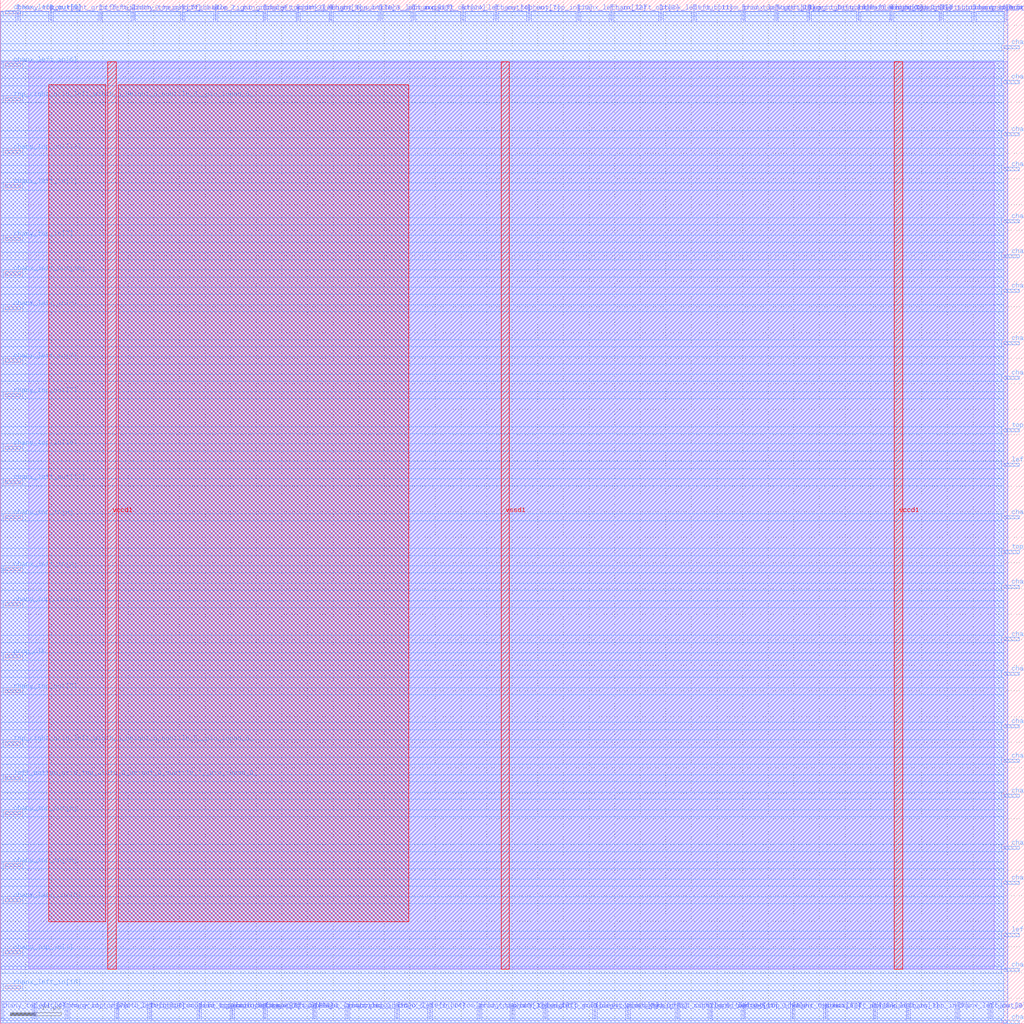
<source format=lef>
VERSION 5.7 ;
  NOWIREEXTENSIONATPIN ON ;
  DIVIDERCHAR "/" ;
  BUSBITCHARS "[]" ;
MACRO sb_4__0_
  CLASS BLOCK ;
  FOREIGN sb_4__0_ ;
  ORIGIN 0.000 0.000 ;
  SIZE 200.000 BY 200.000 ;
  PIN ccff_head
    DIRECTION INPUT ;
    USE SIGNAL ;
    PORT
      LAYER met2 ;
        RECT 35.510 196.000 35.790 199.000 ;
    END
  END ccff_head
  PIN ccff_tail
    DIRECTION OUTPUT TRISTATE ;
    USE SIGNAL ;
    PORT
      LAYER met2 ;
        RECT 19.410 196.000 19.690 199.000 ;
    END
  END ccff_tail
  PIN chanx_left_in[0]
    DIRECTION INPUT ;
    USE SIGNAL ;
    PORT
      LAYER met3 ;
        RECT 1.000 139.440 4.000 140.040 ;
    END
  END chanx_left_in[0]
  PIN chanx_left_in[10]
    DIRECTION INPUT ;
    USE SIGNAL ;
    PORT
      LAYER met3 ;
        RECT 196.000 57.840 199.000 58.440 ;
    END
  END chanx_left_in[10]
  PIN chanx_left_in[11]
    DIRECTION INPUT ;
    USE SIGNAL ;
    PORT
      LAYER met3 ;
        RECT 196.000 125.840 199.000 126.440 ;
    END
  END chanx_left_in[11]
  PIN chanx_left_in[12]
    DIRECTION INPUT ;
    USE SIGNAL ;
    PORT
      LAYER met2 ;
        RECT 112.790 196.000 113.070 199.000 ;
    END
  END chanx_left_in[12]
  PIN chanx_left_in[13]
    DIRECTION INPUT ;
    USE SIGNAL ;
    PORT
      LAYER met2 ;
        RECT 51.610 1.000 51.890 4.000 ;
    END
  END chanx_left_in[13]
  PIN chanx_left_in[14]
    DIRECTION INPUT ;
    USE SIGNAL ;
    PORT
      LAYER met2 ;
        RECT 77.370 1.000 77.650 4.000 ;
    END
  END chanx_left_in[14]
  PIN chanx_left_in[15]
    DIRECTION INPUT ;
    USE SIGNAL ;
    PORT
      LAYER met2 ;
        RECT 161.090 1.000 161.370 4.000 ;
    END
  END chanx_left_in[15]
  PIN chanx_left_in[16]
    DIRECTION INPUT ;
    USE SIGNAL ;
    PORT
      LAYER met3 ;
        RECT 1.000 6.840 4.000 7.440 ;
    END
  END chanx_left_in[16]
  PIN chanx_left_in[17]
    DIRECTION INPUT ;
    USE SIGNAL ;
    PORT
      LAYER met3 ;
        RECT 196.000 156.440 199.000 157.040 ;
    END
  END chanx_left_in[17]
  PIN chanx_left_in[18]
    DIRECTION INPUT ;
    USE SIGNAL ;
    PORT
      LAYER met2 ;
        RECT 22.630 1.000 22.910 4.000 ;
    END
  END chanx_left_in[18]
  PIN chanx_left_in[1]
    DIRECTION INPUT ;
    USE SIGNAL ;
    PORT
      LAYER met2 ;
        RECT 170.750 1.000 171.030 4.000 ;
    END
  END chanx_left_in[1]
  PIN chanx_left_in[2]
    DIRECTION INPUT ;
    USE SIGNAL ;
    PORT
      LAYER met3 ;
        RECT 1.000 163.240 4.000 163.840 ;
    END
  END chanx_left_in[2]
  PIN chanx_left_in[3]
    DIRECTION INPUT ;
    USE SIGNAL ;
    PORT
      LAYER met2 ;
        RECT 167.530 196.000 167.810 199.000 ;
    END
  END chanx_left_in[3]
  PIN chanx_left_in[4]
    DIRECTION INPUT ;
    USE SIGNAL ;
    PORT
      LAYER met3 ;
        RECT 196.000 98.640 199.000 99.240 ;
    END
  END chanx_left_in[4]
  PIN chanx_left_in[5]
    DIRECTION INPUT ;
    USE SIGNAL ;
    PORT
      LAYER met2 ;
        RECT 58.050 196.000 58.330 199.000 ;
    END
  END chanx_left_in[5]
  PIN chanx_left_in[6]
    DIRECTION INPUT ;
    USE SIGNAL ;
    PORT
      LAYER met3 ;
        RECT 1.000 187.040 4.000 187.640 ;
    END
  END chanx_left_in[6]
  PIN chanx_left_in[7]
    DIRECTION INPUT ;
    USE SIGNAL ;
    PORT
      LAYER met3 ;
        RECT 1.000 129.240 4.000 129.840 ;
    END
  END chanx_left_in[7]
  PIN chanx_left_in[8]
    DIRECTION INPUT ;
    USE SIGNAL ;
    PORT
      LAYER met2 ;
        RECT 193.290 1.000 193.570 4.000 ;
    END
  END chanx_left_in[8]
  PIN chanx_left_in[9]
    DIRECTION INPUT ;
    USE SIGNAL ;
    PORT
      LAYER met3 ;
        RECT 1.000 88.440 4.000 89.040 ;
    END
  END chanx_left_in[9]
  PIN chanx_left_out[0]
    DIRECTION OUTPUT TRISTATE ;
    USE SIGNAL ;
    PORT
      LAYER met3 ;
        RECT 196.000 173.440 199.000 174.040 ;
    END
  END chanx_left_out[0]
  PIN chanx_left_out[10]
    DIRECTION OUTPUT TRISTATE ;
    USE SIGNAL ;
    PORT
      LAYER met3 ;
        RECT 196.000 27.240 199.000 27.840 ;
    END
  END chanx_left_out[10]
  PIN chanx_left_out[11]
    DIRECTION OUTPUT TRISTATE ;
    USE SIGNAL ;
    PORT
      LAYER met2 ;
        RECT 128.890 196.000 129.170 199.000 ;
    END
  END chanx_left_out[11]
  PIN chanx_left_out[12]
    DIRECTION OUTPUT TRISTATE ;
    USE SIGNAL ;
    PORT
      LAYER met3 ;
        RECT 1.000 105.440 4.000 106.040 ;
    END
  END chanx_left_out[12]
  PIN chanx_left_out[13]
    DIRECTION OUTPUT TRISTATE ;
    USE SIGNAL ;
    PORT
      LAYER met2 ;
        RECT 74.150 196.000 74.430 199.000 ;
    END
  END chanx_left_out[13]
  PIN chanx_left_out[14]
    DIRECTION OUTPUT TRISTATE ;
    USE SIGNAL ;
    PORT
      LAYER met2 ;
        RECT 80.590 196.000 80.870 199.000 ;
    END
  END chanx_left_out[14]
  PIN chanx_left_out[15]
    DIRECTION OUTPUT TRISTATE ;
    USE SIGNAL ;
    PORT
      LAYER met2 ;
        RECT 144.990 196.000 145.270 199.000 ;
    END
  END chanx_left_out[15]
  PIN chanx_left_out[16]
    DIRECTION OUTPUT TRISTATE ;
    USE SIGNAL ;
    PORT
      LAYER met3 ;
        RECT 1.000 146.240 4.000 146.840 ;
    END
  END chanx_left_out[16]
  PIN chanx_left_out[17]
    DIRECTION OUTPUT TRISTATE ;
    USE SIGNAL ;
    PORT
      LAYER met3 ;
        RECT 196.000 190.440 199.000 191.040 ;
    END
  END chanx_left_out[17]
  PIN chanx_left_out[18]
    DIRECTION OUTPUT TRISTATE ;
    USE SIGNAL ;
    PORT
      LAYER met3 ;
        RECT 196.000 166.640 199.000 167.240 ;
    END
  END chanx_left_out[18]
  PIN chanx_left_out[1]
    DIRECTION OUTPUT TRISTATE ;
    USE SIGNAL ;
    PORT
      LAYER met3 ;
        RECT 196.000 183.640 199.000 184.240 ;
    END
  END chanx_left_out[1]
  PIN chanx_left_out[2]
    DIRECTION OUTPUT TRISTATE ;
    USE SIGNAL ;
    PORT
      LAYER met3 ;
        RECT 196.000 44.240 199.000 44.840 ;
    END
  END chanx_left_out[2]
  PIN chanx_left_out[3]
    DIRECTION OUTPUT TRISTATE ;
    USE SIGNAL ;
    PORT
      LAYER met2 ;
        RECT 119.230 196.000 119.510 199.000 ;
    END
  END chanx_left_out[3]
  PIN chanx_left_out[4]
    DIRECTION OUTPUT TRISTATE ;
    USE SIGNAL ;
    PORT
      LAYER met2 ;
        RECT 90.250 196.000 90.530 199.000 ;
    END
  END chanx_left_out[4]
  PIN chanx_left_out[5]
    DIRECTION OUTPUT TRISTATE ;
    USE SIGNAL ;
    PORT
      LAYER met3 ;
        RECT 1.000 23.840 4.000 24.440 ;
    END
  END chanx_left_out[5]
  PIN chanx_left_out[6]
    DIRECTION OUTPUT TRISTATE ;
    USE SIGNAL ;
    PORT
      LAYER met3 ;
        RECT 1.000 197.240 4.000 197.840 ;
    END
  END chanx_left_out[6]
  PIN chanx_left_out[7]
    DIRECTION OUTPUT TRISTATE ;
    USE SIGNAL ;
    PORT
      LAYER met2 ;
        RECT 45.170 1.000 45.450 4.000 ;
    END
  END chanx_left_out[7]
  PIN chanx_left_out[8]
    DIRECTION OUTPUT TRISTATE ;
    USE SIGNAL ;
    PORT
      LAYER met3 ;
        RECT 196.000 142.840 199.000 143.440 ;
    END
  END chanx_left_out[8]
  PIN chanx_left_out[9]
    DIRECTION OUTPUT TRISTATE ;
    USE SIGNAL ;
    PORT
      LAYER met2 ;
        RECT 186.850 1.000 187.130 4.000 ;
    END
  END chanx_left_out[9]
  PIN chany_top_in[0]
    DIRECTION INPUT ;
    USE SIGNAL ;
    PORT
      LAYER met3 ;
        RECT 196.000 74.840 199.000 75.440 ;
    END
  END chany_top_in[0]
  PIN chany_top_in[10]
    DIRECTION INPUT ;
    USE SIGNAL ;
    PORT
      LAYER met2 ;
        RECT 103.130 196.000 103.410 199.000 ;
    END
  END chany_top_in[10]
  PIN chany_top_in[11]
    DIRECTION INPUT ;
    USE SIGNAL ;
    PORT
      LAYER met2 ;
        RECT 64.490 196.000 64.770 199.000 ;
    END
  END chany_top_in[11]
  PIN chany_top_in[12]
    DIRECTION INPUT ;
    USE SIGNAL ;
    PORT
      LAYER met3 ;
        RECT 196.000 0.040 199.000 0.640 ;
    END
  END chany_top_in[12]
  PIN chany_top_in[13]
    DIRECTION INPUT ;
    USE SIGNAL ;
    PORT
      LAYER met3 ;
        RECT 196.000 149.640 199.000 150.240 ;
    END
  END chany_top_in[13]
  PIN chany_top_in[14]
    DIRECTION INPUT ;
    USE SIGNAL ;
    PORT
      LAYER met2 ;
        RECT 190.070 196.000 190.350 199.000 ;
    END
  END chany_top_in[14]
  PIN chany_top_in[15]
    DIRECTION INPUT ;
    USE SIGNAL ;
    PORT
      LAYER met3 ;
        RECT 1.000 30.640 4.000 31.240 ;
    END
  END chany_top_in[15]
  PIN chany_top_in[16]
    DIRECTION INPUT ;
    USE SIGNAL ;
    PORT
      LAYER met2 ;
        RECT 67.710 1.000 67.990 4.000 ;
    END
  END chany_top_in[16]
  PIN chany_top_in[17]
    DIRECTION INPUT ;
    USE SIGNAL ;
    PORT
      LAYER met3 ;
        RECT 196.000 34.040 199.000 34.640 ;
    END
  END chany_top_in[17]
  PIN chany_top_in[18]
    DIRECTION INPUT ;
    USE SIGNAL ;
    PORT
      LAYER met3 ;
        RECT 1.000 112.240 4.000 112.840 ;
    END
  END chany_top_in[18]
  PIN chany_top_in[1]
    DIRECTION INPUT ;
    USE SIGNAL ;
    PORT
      LAYER met3 ;
        RECT 1.000 13.640 4.000 14.240 ;
    END
  END chany_top_in[1]
  PIN chany_top_in[2]
    DIRECTION INPUT ;
    USE SIGNAL ;
    PORT
      LAYER met3 ;
        RECT 1.000 153.040 4.000 153.640 ;
    END
  END chany_top_in[2]
  PIN chany_top_in[3]
    DIRECTION INPUT ;
    USE SIGNAL ;
    PORT
      LAYER met2 ;
        RECT 51.610 196.000 51.890 199.000 ;
    END
  END chany_top_in[3]
  PIN chany_top_in[4]
    DIRECTION INPUT ;
    USE SIGNAL ;
    PORT
      LAYER met2 ;
        RECT 144.990 1.000 145.270 4.000 ;
    END
  END chany_top_in[4]
  PIN chany_top_in[5]
    DIRECTION INPUT ;
    USE SIGNAL ;
    PORT
      LAYER met2 ;
        RECT 173.970 196.000 174.250 199.000 ;
    END
  END chany_top_in[5]
  PIN chany_top_in[6]
    DIRECTION INPUT ;
    USE SIGNAL ;
    PORT
      LAYER met2 ;
        RECT 122.450 1.000 122.730 4.000 ;
    END
  END chany_top_in[6]
  PIN chany_top_in[7]
    DIRECTION INPUT ;
    USE SIGNAL ;
    PORT
      LAYER met2 ;
        RECT 12.970 1.000 13.250 4.000 ;
    END
  END chany_top_in[7]
  PIN chany_top_in[8]
    DIRECTION INPUT ;
    USE SIGNAL ;
    PORT
      LAYER met3 ;
        RECT 1.000 98.640 4.000 99.240 ;
    END
  END chany_top_in[8]
  PIN chany_top_in[9]
    DIRECTION INPUT ;
    USE SIGNAL ;
    PORT
      LAYER met2 ;
        RECT 177.190 1.000 177.470 4.000 ;
    END
  END chany_top_in[9]
  PIN chany_top_out[0]
    DIRECTION OUTPUT TRISTATE ;
    USE SIGNAL ;
    PORT
      LAYER met3 ;
        RECT 196.000 85.040 199.000 85.640 ;
    END
  END chany_top_out[0]
  PIN chany_top_out[10]
    DIRECTION OUTPUT TRISTATE ;
    USE SIGNAL ;
    PORT
      LAYER met3 ;
        RECT 196.000 51.040 199.000 51.640 ;
    END
  END chany_top_out[10]
  PIN chany_top_out[11]
    DIRECTION OUTPUT TRISTATE ;
    USE SIGNAL ;
    PORT
      LAYER met2 ;
        RECT 138.550 1.000 138.830 4.000 ;
    END
  END chany_top_out[11]
  PIN chany_top_out[12]
    DIRECTION OUTPUT TRISTATE ;
    USE SIGNAL ;
    PORT
      LAYER met3 ;
        RECT 1.000 170.040 4.000 170.640 ;
    END
  END chany_top_out[12]
  PIN chany_top_out[13]
    DIRECTION OUTPUT TRISTATE ;
    USE SIGNAL ;
    PORT
      LAYER met3 ;
        RECT 196.000 10.240 199.000 10.840 ;
    END
  END chany_top_out[13]
  PIN chany_top_out[14]
    DIRECTION OUTPUT TRISTATE ;
    USE SIGNAL ;
    PORT
      LAYER met2 ;
        RECT 25.850 196.000 26.130 199.000 ;
    END
  END chany_top_out[14]
  PIN chany_top_out[15]
    DIRECTION OUTPUT TRISTATE ;
    USE SIGNAL ;
    PORT
      LAYER met3 ;
        RECT 196.000 68.040 199.000 68.640 ;
    END
  END chany_top_out[15]
  PIN chany_top_out[16]
    DIRECTION OUTPUT TRISTATE ;
    USE SIGNAL ;
    PORT
      LAYER met3 ;
        RECT 1.000 81.640 4.000 82.240 ;
    END
  END chany_top_out[16]
  PIN chany_top_out[17]
    DIRECTION OUTPUT TRISTATE ;
    USE SIGNAL ;
    PORT
      LAYER met2 ;
        RECT 154.650 1.000 154.930 4.000 ;
    END
  END chany_top_out[17]
  PIN chany_top_out[18]
    DIRECTION OUTPUT TRISTATE ;
    USE SIGNAL ;
    PORT
      LAYER met3 ;
        RECT 196.000 132.640 199.000 133.240 ;
    END
  END chany_top_out[18]
  PIN chany_top_out[1]
    DIRECTION OUTPUT TRISTATE ;
    USE SIGNAL ;
    PORT
      LAYER met2 ;
        RECT 93.470 1.000 93.750 4.000 ;
    END
  END chany_top_out[1]
  PIN chany_top_out[2]
    DIRECTION OUTPUT TRISTATE ;
    USE SIGNAL ;
    PORT
      LAYER met3 ;
        RECT 1.000 122.440 4.000 123.040 ;
    END
  END chany_top_out[2]
  PIN chany_top_out[3]
    DIRECTION OUTPUT TRISTATE ;
    USE SIGNAL ;
    PORT
      LAYER met2 ;
        RECT 99.910 1.000 100.190 4.000 ;
    END
  END chany_top_out[3]
  PIN chany_top_out[4]
    DIRECTION OUTPUT TRISTATE ;
    USE SIGNAL ;
    PORT
      LAYER met2 ;
        RECT 0.090 1.000 0.370 4.000 ;
    END
  END chany_top_out[4]
  PIN chany_top_out[5]
    DIRECTION OUTPUT TRISTATE ;
    USE SIGNAL ;
    PORT
      LAYER met2 ;
        RECT 116.010 1.000 116.290 4.000 ;
    END
  END chany_top_out[5]
  PIN chany_top_out[6]
    DIRECTION OUTPUT TRISTATE ;
    USE SIGNAL ;
    PORT
      LAYER met3 ;
        RECT 1.000 40.840 4.000 41.440 ;
    END
  END chany_top_out[6]
  PIN chany_top_out[7]
    DIRECTION OUTPUT TRISTATE ;
    USE SIGNAL ;
    PORT
      LAYER met2 ;
        RECT 96.690 196.000 96.970 199.000 ;
    END
  END chany_top_out[7]
  PIN chany_top_out[8]
    DIRECTION OUTPUT TRISTATE ;
    USE SIGNAL ;
    PORT
      LAYER met3 ;
        RECT 1.000 64.640 4.000 65.240 ;
    END
  END chany_top_out[8]
  PIN chany_top_out[9]
    DIRECTION OUTPUT TRISTATE ;
    USE SIGNAL ;
    PORT
      LAYER met2 ;
        RECT 3.310 196.000 3.590 199.000 ;
    END
  END chany_top_out[9]
  PIN left_bottom_grid_top_width_0_height_0_subtile_0__pin_inpad_0_
    DIRECTION INPUT ;
    USE SIGNAL ;
    PORT
      LAYER met2 ;
        RECT 29.070 1.000 29.350 4.000 ;
    END
  END left_bottom_grid_top_width_0_height_0_subtile_0__pin_inpad_0_
  PIN left_bottom_grid_top_width_0_height_0_subtile_1__pin_inpad_0_
    DIRECTION INPUT ;
    USE SIGNAL ;
    PORT
      LAYER met2 ;
        RECT 6.530 1.000 6.810 4.000 ;
    END
  END left_bottom_grid_top_width_0_height_0_subtile_1__pin_inpad_0_
  PIN left_bottom_grid_top_width_0_height_0_subtile_2__pin_inpad_0_
    DIRECTION INPUT ;
    USE SIGNAL ;
    PORT
      LAYER met2 ;
        RECT 183.630 196.000 183.910 199.000 ;
    END
  END left_bottom_grid_top_width_0_height_0_subtile_2__pin_inpad_0_
  PIN left_bottom_grid_top_width_0_height_0_subtile_3__pin_inpad_0_
    DIRECTION INPUT ;
    USE SIGNAL ;
    PORT
      LAYER met2 ;
        RECT 135.330 196.000 135.610 199.000 ;
    END
  END left_bottom_grid_top_width_0_height_0_subtile_3__pin_inpad_0_
  PIN left_bottom_grid_top_width_0_height_0_subtile_4__pin_inpad_0_
    DIRECTION INPUT ;
    USE SIGNAL ;
    PORT
      LAYER met2 ;
        RECT 83.810 1.000 84.090 4.000 ;
    END
  END left_bottom_grid_top_width_0_height_0_subtile_4__pin_inpad_0_
  PIN left_bottom_grid_top_width_0_height_0_subtile_5__pin_inpad_0_
    DIRECTION INPUT ;
    USE SIGNAL ;
    PORT
      LAYER met2 ;
        RECT 196.510 196.000 196.790 199.000 ;
    END
  END left_bottom_grid_top_width_0_height_0_subtile_5__pin_inpad_0_
  PIN left_bottom_grid_top_width_0_height_0_subtile_6__pin_inpad_0_
    DIRECTION INPUT ;
    USE SIGNAL ;
    PORT
      LAYER met3 ;
        RECT 196.000 17.040 199.000 17.640 ;
    END
  END left_bottom_grid_top_width_0_height_0_subtile_6__pin_inpad_0_
  PIN left_bottom_grid_top_width_0_height_0_subtile_7__pin_inpad_0_
    DIRECTION INPUT ;
    USE SIGNAL ;
    PORT
      LAYER met3 ;
        RECT 1.000 47.640 4.000 48.240 ;
    END
  END left_bottom_grid_top_width_0_height_0_subtile_7__pin_inpad_0_
  PIN left_top_grid_bottom_width_0_height_0_subtile_0__pin_O_2_
    DIRECTION INPUT ;
    USE SIGNAL ;
    PORT
      LAYER met3 ;
        RECT 196.000 108.840 199.000 109.440 ;
    END
  END left_top_grid_bottom_width_0_height_0_subtile_0__pin_O_2_
  PIN left_top_grid_bottom_width_0_height_0_subtile_0__pin_O_6_
    DIRECTION INPUT ;
    USE SIGNAL ;
    PORT
      LAYER met2 ;
        RECT 38.730 1.000 39.010 4.000 ;
    END
  END left_top_grid_bottom_width_0_height_0_subtile_0__pin_O_6_
  PIN pReset
    DIRECTION INPUT ;
    USE SIGNAL ;
    PORT
      LAYER met2 ;
        RECT 61.270 1.000 61.550 4.000 ;
    END
  END pReset
  PIN prog_clk
    DIRECTION INPUT ;
    USE SIGNAL ;
    PORT
      LAYER met3 ;
        RECT 1.000 71.440 4.000 72.040 ;
    END
  END prog_clk
  PIN top_left_grid_right_width_0_height_0_subtile_0__pin_O_1_
    DIRECTION INPUT ;
    USE SIGNAL ;
    PORT
      LAYER met3 ;
        RECT 196.000 115.640 199.000 116.240 ;
    END
  END top_left_grid_right_width_0_height_0_subtile_0__pin_O_1_
  PIN top_left_grid_right_width_0_height_0_subtile_0__pin_O_5_
    DIRECTION INPUT ;
    USE SIGNAL ;
    PORT
      LAYER met2 ;
        RECT 106.350 1.000 106.630 4.000 ;
    END
  END top_left_grid_right_width_0_height_0_subtile_0__pin_O_5_
  PIN top_right_grid_left_width_0_height_0_subtile_0__pin_inpad_0_
    DIRECTION INPUT ;
    USE SIGNAL ;
    PORT
      LAYER met2 ;
        RECT 157.870 196.000 158.150 199.000 ;
    END
  END top_right_grid_left_width_0_height_0_subtile_0__pin_inpad_0_
  PIN top_right_grid_left_width_0_height_0_subtile_1__pin_inpad_0_
    DIRECTION INPUT ;
    USE SIGNAL ;
    PORT
      LAYER met2 ;
        RECT 151.430 196.000 151.710 199.000 ;
    END
  END top_right_grid_left_width_0_height_0_subtile_1__pin_inpad_0_
  PIN top_right_grid_left_width_0_height_0_subtile_2__pin_inpad_0_
    DIRECTION INPUT ;
    USE SIGNAL ;
    PORT
      LAYER met2 ;
        RECT 9.750 196.000 10.030 199.000 ;
    END
  END top_right_grid_left_width_0_height_0_subtile_2__pin_inpad_0_
  PIN top_right_grid_left_width_0_height_0_subtile_3__pin_inpad_0_
    DIRECTION INPUT ;
    USE SIGNAL ;
    PORT
      LAYER met2 ;
        RECT 41.950 196.000 42.230 199.000 ;
    END
  END top_right_grid_left_width_0_height_0_subtile_3__pin_inpad_0_
  PIN top_right_grid_left_width_0_height_0_subtile_4__pin_inpad_0_
    DIRECTION INPUT ;
    USE SIGNAL ;
    PORT
      LAYER met2 ;
        RECT 132.110 1.000 132.390 4.000 ;
    END
  END top_right_grid_left_width_0_height_0_subtile_4__pin_inpad_0_
  PIN top_right_grid_left_width_0_height_0_subtile_5__pin_inpad_0_
    DIRECTION INPUT ;
    USE SIGNAL ;
    PORT
      LAYER met3 ;
        RECT 1.000 54.440 4.000 55.040 ;
    END
  END top_right_grid_left_width_0_height_0_subtile_5__pin_inpad_0_
  PIN top_right_grid_left_width_0_height_0_subtile_6__pin_inpad_0_
    DIRECTION INPUT ;
    USE SIGNAL ;
    PORT
      LAYER met3 ;
        RECT 1.000 180.240 4.000 180.840 ;
    END
  END top_right_grid_left_width_0_height_0_subtile_6__pin_inpad_0_
  PIN top_right_grid_left_width_0_height_0_subtile_7__pin_inpad_0_
    DIRECTION INPUT ;
    USE SIGNAL ;
    PORT
      LAYER met3 ;
        RECT 196.000 91.840 199.000 92.440 ;
    END
  END top_right_grid_left_width_0_height_0_subtile_7__pin_inpad_0_
  PIN vccd1
    DIRECTION INOUT ;
    USE POWER ;
    PORT
      LAYER met4 ;
        RECT 21.040 10.640 22.640 187.920 ;
    END
    PORT
      LAYER met4 ;
        RECT 174.640 10.640 176.240 187.920 ;
    END
  END vccd1
  PIN vssd1
    DIRECTION INOUT ;
    USE GROUND ;
    PORT
      LAYER met4 ;
        RECT 97.840 10.640 99.440 187.920 ;
    END
  END vssd1
  OBS
      LAYER li1 ;
        RECT 5.520 10.795 194.120 187.765 ;
      LAYER met1 ;
        RECT 0.070 10.640 196.810 187.920 ;
      LAYER met2 ;
        RECT 0.090 195.720 3.030 197.725 ;
        RECT 3.870 195.720 9.470 197.725 ;
        RECT 10.310 195.720 19.130 197.725 ;
        RECT 19.970 195.720 25.570 197.725 ;
        RECT 26.410 195.720 35.230 197.725 ;
        RECT 36.070 195.720 41.670 197.725 ;
        RECT 42.510 195.720 51.330 197.725 ;
        RECT 52.170 195.720 57.770 197.725 ;
        RECT 58.610 195.720 64.210 197.725 ;
        RECT 65.050 195.720 73.870 197.725 ;
        RECT 74.710 195.720 80.310 197.725 ;
        RECT 81.150 195.720 89.970 197.725 ;
        RECT 90.810 195.720 96.410 197.725 ;
        RECT 97.250 195.720 102.850 197.725 ;
        RECT 103.690 195.720 112.510 197.725 ;
        RECT 113.350 195.720 118.950 197.725 ;
        RECT 119.790 195.720 128.610 197.725 ;
        RECT 129.450 195.720 135.050 197.725 ;
        RECT 135.890 195.720 144.710 197.725 ;
        RECT 145.550 195.720 151.150 197.725 ;
        RECT 151.990 195.720 157.590 197.725 ;
        RECT 158.430 195.720 167.250 197.725 ;
        RECT 168.090 195.720 173.690 197.725 ;
        RECT 174.530 195.720 183.350 197.725 ;
        RECT 184.190 195.720 189.790 197.725 ;
        RECT 190.630 195.720 196.230 197.725 ;
        RECT 0.090 4.280 196.780 195.720 ;
        RECT 0.650 0.720 6.250 4.280 ;
        RECT 7.090 0.720 12.690 4.280 ;
        RECT 13.530 0.720 22.350 4.280 ;
        RECT 23.190 0.720 28.790 4.280 ;
        RECT 29.630 0.720 38.450 4.280 ;
        RECT 39.290 0.720 44.890 4.280 ;
        RECT 45.730 0.720 51.330 4.280 ;
        RECT 52.170 0.720 60.990 4.280 ;
        RECT 61.830 0.720 67.430 4.280 ;
        RECT 68.270 0.720 77.090 4.280 ;
        RECT 77.930 0.720 83.530 4.280 ;
        RECT 84.370 0.720 93.190 4.280 ;
        RECT 94.030 0.720 99.630 4.280 ;
        RECT 100.470 0.720 106.070 4.280 ;
        RECT 106.910 0.720 115.730 4.280 ;
        RECT 116.570 0.720 122.170 4.280 ;
        RECT 123.010 0.720 131.830 4.280 ;
        RECT 132.670 0.720 138.270 4.280 ;
        RECT 139.110 0.720 144.710 4.280 ;
        RECT 145.550 0.720 154.370 4.280 ;
        RECT 155.210 0.720 160.810 4.280 ;
        RECT 161.650 0.720 170.470 4.280 ;
        RECT 171.310 0.720 176.910 4.280 ;
        RECT 177.750 0.720 186.570 4.280 ;
        RECT 187.410 0.720 193.010 4.280 ;
        RECT 193.850 0.720 196.780 4.280 ;
        RECT 0.090 0.155 196.780 0.720 ;
      LAYER met3 ;
        RECT 0.065 196.840 0.600 197.705 ;
        RECT 4.400 196.840 196.000 197.705 ;
        RECT 0.065 191.440 196.000 196.840 ;
        RECT 0.065 190.040 195.600 191.440 ;
        RECT 0.065 188.040 196.000 190.040 ;
        RECT 0.065 186.640 0.600 188.040 ;
        RECT 4.400 186.640 196.000 188.040 ;
        RECT 0.065 184.640 196.000 186.640 ;
        RECT 0.065 183.240 195.600 184.640 ;
        RECT 0.065 181.240 196.000 183.240 ;
        RECT 0.065 179.840 0.600 181.240 ;
        RECT 4.400 179.840 196.000 181.240 ;
        RECT 0.065 174.440 196.000 179.840 ;
        RECT 0.065 173.040 195.600 174.440 ;
        RECT 0.065 171.040 196.000 173.040 ;
        RECT 0.065 169.640 0.600 171.040 ;
        RECT 4.400 169.640 196.000 171.040 ;
        RECT 0.065 167.640 196.000 169.640 ;
        RECT 0.065 166.240 195.600 167.640 ;
        RECT 0.065 164.240 196.000 166.240 ;
        RECT 0.065 162.840 0.600 164.240 ;
        RECT 4.400 162.840 196.000 164.240 ;
        RECT 0.065 157.440 196.000 162.840 ;
        RECT 0.065 156.040 195.600 157.440 ;
        RECT 0.065 154.040 196.000 156.040 ;
        RECT 0.065 152.640 0.600 154.040 ;
        RECT 4.400 152.640 196.000 154.040 ;
        RECT 0.065 150.640 196.000 152.640 ;
        RECT 0.065 149.240 195.600 150.640 ;
        RECT 0.065 147.240 196.000 149.240 ;
        RECT 0.065 145.840 0.600 147.240 ;
        RECT 4.400 145.840 196.000 147.240 ;
        RECT 0.065 143.840 196.000 145.840 ;
        RECT 0.065 142.440 195.600 143.840 ;
        RECT 0.065 140.440 196.000 142.440 ;
        RECT 0.065 139.040 0.600 140.440 ;
        RECT 4.400 139.040 196.000 140.440 ;
        RECT 0.065 133.640 196.000 139.040 ;
        RECT 0.065 132.240 195.600 133.640 ;
        RECT 0.065 130.240 196.000 132.240 ;
        RECT 0.065 128.840 0.600 130.240 ;
        RECT 4.400 128.840 196.000 130.240 ;
        RECT 0.065 126.840 196.000 128.840 ;
        RECT 0.065 125.440 195.600 126.840 ;
        RECT 0.065 123.440 196.000 125.440 ;
        RECT 0.065 122.040 0.600 123.440 ;
        RECT 4.400 122.040 196.000 123.440 ;
        RECT 0.065 116.640 196.000 122.040 ;
        RECT 0.065 115.240 195.600 116.640 ;
        RECT 0.065 113.240 196.000 115.240 ;
        RECT 0.065 111.840 0.600 113.240 ;
        RECT 4.400 111.840 196.000 113.240 ;
        RECT 0.065 109.840 196.000 111.840 ;
        RECT 0.065 108.440 195.600 109.840 ;
        RECT 0.065 106.440 196.000 108.440 ;
        RECT 0.065 105.040 0.600 106.440 ;
        RECT 4.400 105.040 196.000 106.440 ;
        RECT 0.065 99.640 196.000 105.040 ;
        RECT 0.065 98.240 0.600 99.640 ;
        RECT 4.400 98.240 195.600 99.640 ;
        RECT 0.065 92.840 196.000 98.240 ;
        RECT 0.065 91.440 195.600 92.840 ;
        RECT 0.065 89.440 196.000 91.440 ;
        RECT 0.065 88.890 0.600 89.440 ;
        RECT 0.065 88.880 1.000 88.890 ;
        RECT 0.065 88.600 0.600 88.880 ;
        RECT 0.065 88.590 1.000 88.600 ;
        RECT 0.065 88.040 0.600 88.590 ;
        RECT 4.400 88.040 196.000 89.440 ;
        RECT 0.065 86.040 196.000 88.040 ;
        RECT 0.065 84.640 195.600 86.040 ;
        RECT 0.065 82.640 196.000 84.640 ;
        RECT 0.065 81.240 0.600 82.640 ;
        RECT 4.400 81.240 196.000 82.640 ;
        RECT 0.065 75.840 196.000 81.240 ;
        RECT 0.065 74.440 195.600 75.840 ;
        RECT 0.065 72.440 196.000 74.440 ;
        RECT 0.065 71.040 0.600 72.440 ;
        RECT 4.400 71.040 196.000 72.440 ;
        RECT 0.065 69.040 196.000 71.040 ;
        RECT 0.065 67.640 195.600 69.040 ;
        RECT 0.065 65.640 196.000 67.640 ;
        RECT 0.065 64.240 0.600 65.640 ;
        RECT 4.400 64.240 196.000 65.640 ;
        RECT 0.065 58.840 196.000 64.240 ;
        RECT 0.065 57.440 195.600 58.840 ;
        RECT 0.065 55.440 196.000 57.440 ;
        RECT 0.065 54.040 0.600 55.440 ;
        RECT 4.400 54.040 196.000 55.440 ;
        RECT 0.065 52.040 196.000 54.040 ;
        RECT 0.065 50.640 195.600 52.040 ;
        RECT 0.065 48.640 196.000 50.640 ;
        RECT 0.065 47.240 0.600 48.640 ;
        RECT 4.400 47.240 196.000 48.640 ;
        RECT 0.065 45.240 196.000 47.240 ;
        RECT 0.065 43.840 195.600 45.240 ;
        RECT 0.065 41.840 196.000 43.840 ;
        RECT 0.065 40.440 0.600 41.840 ;
        RECT 4.400 40.440 196.000 41.840 ;
        RECT 0.065 35.040 196.000 40.440 ;
        RECT 0.065 33.640 195.600 35.040 ;
        RECT 0.065 31.640 196.000 33.640 ;
        RECT 0.065 30.240 0.600 31.640 ;
        RECT 4.400 30.240 196.000 31.640 ;
        RECT 0.065 28.240 196.000 30.240 ;
        RECT 0.065 26.840 195.600 28.240 ;
        RECT 0.065 24.840 196.000 26.840 ;
        RECT 0.065 23.440 0.600 24.840 ;
        RECT 4.400 23.440 196.000 24.840 ;
        RECT 0.065 18.040 196.000 23.440 ;
        RECT 0.065 16.640 195.600 18.040 ;
        RECT 0.065 14.640 196.000 16.640 ;
        RECT 0.065 13.240 0.600 14.640 ;
        RECT 4.400 13.240 196.000 14.640 ;
        RECT 0.065 11.240 196.000 13.240 ;
        RECT 0.065 9.840 195.600 11.240 ;
        RECT 0.065 7.840 196.000 9.840 ;
        RECT 0.065 6.440 0.600 7.840 ;
        RECT 4.400 6.440 196.000 7.840 ;
        RECT 0.065 1.040 196.000 6.440 ;
        RECT 0.065 0.175 195.600 1.040 ;
      LAYER met4 ;
        RECT 9.495 19.895 20.640 183.425 ;
        RECT 23.040 19.895 79.745 183.425 ;
  END
END sb_4__0_
END LIBRARY


</source>
